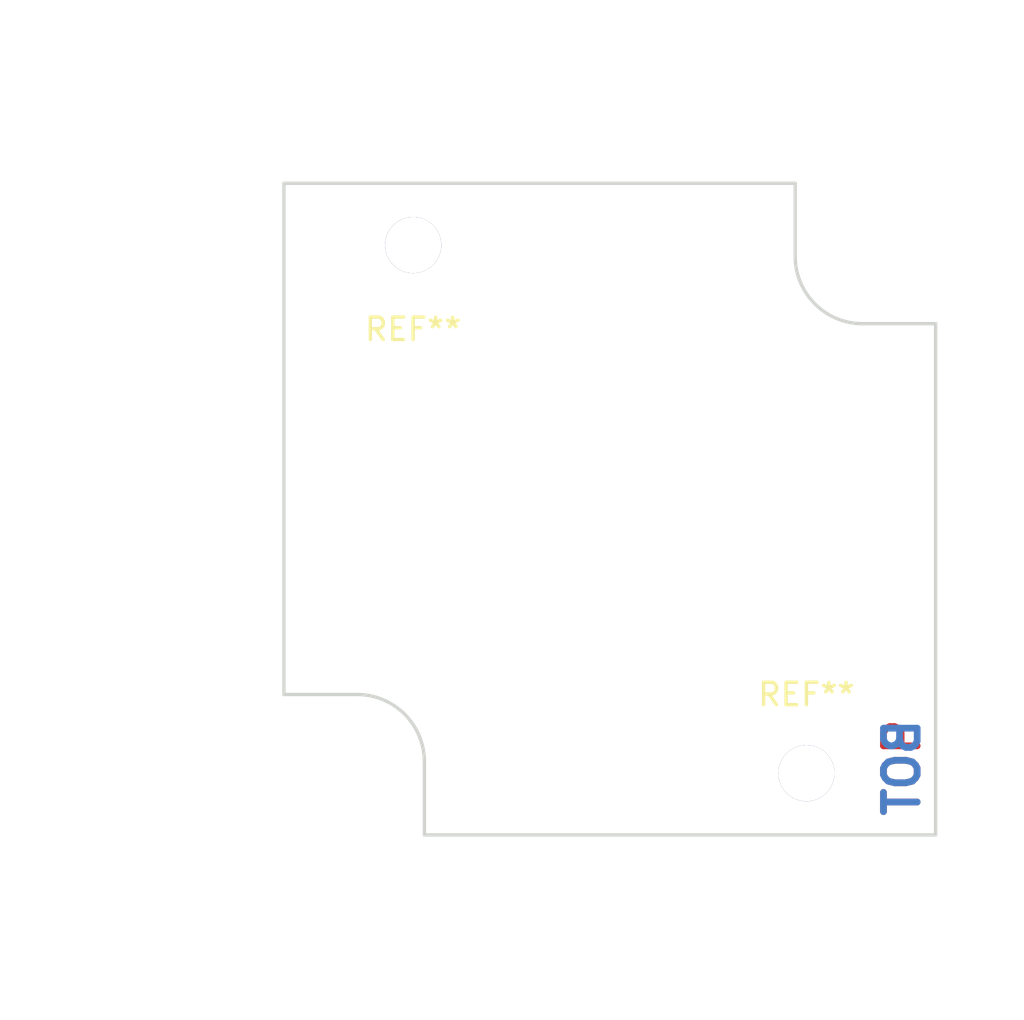
<source format=kicad_pcb>
(kicad_pcb (version 4) (host pcbnew 4.0.4-1.fc25-product)

  (general
    (links 0)
    (no_connects 0)
    (area 119.924999 106.924999 149.075001 136.075001)
    (thickness 1.6)
    (drawings 15)
    (tracks 1)
    (zones 0)
    (modules 2)
    (nets 1)
  )

  (page A4)
  (layers
    (0 F.Cu signal)
    (31 B.Cu signal)
    (32 B.Adhes user)
    (33 F.Adhes user)
    (34 B.Paste user)
    (35 F.Paste user)
    (36 B.SilkS user)
    (37 F.SilkS user)
    (38 B.Mask user)
    (39 F.Mask user)
    (40 Dwgs.User user)
    (41 Cmts.User user)
    (42 Eco1.User user)
    (43 Eco2.User user)
    (44 Edge.Cuts user)
    (45 Margin user)
    (46 B.CrtYd user)
    (47 F.CrtYd user)
    (48 B.Fab user)
    (49 F.Fab user)
  )

  (setup
    (last_trace_width 0.25)
    (trace_clearance 0.2)
    (zone_clearance 0.508)
    (zone_45_only no)
    (trace_min 0.2)
    (segment_width 0.2)
    (edge_width 0.15)
    (via_size 0.6)
    (via_drill 0.4)
    (via_min_size 0.4)
    (via_min_drill 0.3)
    (uvia_size 0.3)
    (uvia_drill 0.1)
    (uvias_allowed no)
    (uvia_min_size 0.2)
    (uvia_min_drill 0.1)
    (pcb_text_width 0.3)
    (pcb_text_size 1.5 1.5)
    (mod_edge_width 0.15)
    (mod_text_size 1 1)
    (mod_text_width 0.15)
    (pad_size 1.524 1.524)
    (pad_drill 0.762)
    (pad_to_mask_clearance 0.2)
    (aux_axis_origin 0 0)
    (grid_origin 120 136)
    (visible_elements FFFFFF7F)
    (pcbplotparams
      (layerselection 0x00030_80000001)
      (usegerberextensions false)
      (excludeedgelayer true)
      (linewidth 0.100000)
      (plotframeref false)
      (viasonmask false)
      (mode 1)
      (useauxorigin false)
      (hpglpennumber 1)
      (hpglpenspeed 20)
      (hpglpendiameter 15)
      (hpglpenoverlay 2)
      (psnegative false)
      (psa4output false)
      (plotreference true)
      (plotvalue true)
      (plotinvisibletext false)
      (padsonsilk false)
      (subtractmaskfromsilk false)
      (outputformat 1)
      (mirror false)
      (drillshape 1)
      (scaleselection 1)
      (outputdirectory ""))
  )

  (net 0 "")

  (net_class Default "This is the default net class."
    (clearance 0.2)
    (trace_width 0.25)
    (via_dia 0.6)
    (via_drill 0.4)
    (uvia_dia 0.3)
    (uvia_drill 0.1)
  )

  (module Mounting_Holes:MountingHole_2-5mm locked (layer F.Cu) (tedit 0) (tstamp 58CB004B)
    (at 143.25 133.25)
    (descr "Mounting hole, Befestigungsbohrung, 2,5mm, No Annular, Kein Restring,")
    (tags "Mounting hole, Befestigungsbohrung, 2,5mm, No Annular, Kein Restring,")
    (fp_text reference REF** (at 0 -3.50012) (layer F.SilkS)
      (effects (font (size 1 1) (thickness 0.15)))
    )
    (fp_text value MountingHole_2-5mm (at -2.25 3.75) (layer F.Fab)
      (effects (font (size 1 1) (thickness 0.15)))
    )
    (fp_circle (center 0 0) (end 2.5 0) (layer Cmts.User) (width 0.381))
    (pad 1 thru_hole circle (at 0 0) (size 2.5 2.5) (drill 2.5) (layers))
  )

  (module Mounting_Holes:MountingHole_2-5mm locked (layer F.Cu) (tedit 0) (tstamp 58CB003F)
    (at 125.75 109.75)
    (descr "Mounting hole, Befestigungsbohrung, 2,5mm, No Annular, Kein Restring,")
    (tags "Mounting hole, Befestigungsbohrung, 2,5mm, No Annular, Kein Restring,")
    (fp_text reference REF** (at 0 3.75) (layer F.SilkS)
      (effects (font (size 1 1) (thickness 0.15)))
    )
    (fp_text value MountingHole_2-5mm (at 2.25 -3.75) (layer F.Fab)
      (effects (font (size 1 1) (thickness 0.15)))
    )
    (fp_circle (center 0 0) (end 2.5 0) (layer Cmts.User) (width 0.381))
    (pad 1 thru_hole circle (at 0 0) (size 2.5 2.5) (drill 2.5) (layers))
  )

  (dimension 29 (width 0.3) (layer Dwgs.User)
    (gr_text "29,000 mm" (at 134.5 144.85) (layer Dwgs.User)
      (effects (font (size 1.5 1.5) (thickness 0.3)))
    )
    (feature1 (pts (xy 149 136) (xy 149 146.2)))
    (feature2 (pts (xy 120 136) (xy 120 146.2)))
    (crossbar (pts (xy 120 143.5) (xy 149 143.5)))
    (arrow1a (pts (xy 149 143.5) (xy 147.873496 144.086421)))
    (arrow1b (pts (xy 149 143.5) (xy 147.873496 142.913579)))
    (arrow2a (pts (xy 120 143.5) (xy 121.126504 144.086421)))
    (arrow2b (pts (xy 120 143.5) (xy 121.126504 142.913579)))
  )
  (dimension 29 (width 0.3) (layer Dwgs.User)
    (gr_text "29,000 mm" (at 113.65 121.5 90) (layer Dwgs.User)
      (effects (font (size 1.5 1.5) (thickness 0.3)))
    )
    (feature1 (pts (xy 120 107) (xy 112.3 107)))
    (feature2 (pts (xy 120 136) (xy 112.3 136)))
    (crossbar (pts (xy 115 136) (xy 115 107)))
    (arrow1a (pts (xy 115 107) (xy 115.586421 108.126504)))
    (arrow1b (pts (xy 115 107) (xy 114.413579 108.126504)))
    (arrow2a (pts (xy 115 136) (xy 115.586421 134.873496)))
    (arrow2b (pts (xy 115 136) (xy 114.413579 134.873496)))
  )
  (gr_text BOT (at 147.5 133 90) (layer B.Cu) (tstamp 58CB005D)
    (effects (font (size 1.5 1.5) (thickness 0.3)) (justify mirror))
  )
  (gr_text TOP (at 147.5 133 90) (layer F.Cu)
    (effects (font (size 1.5 1.5) (thickness 0.3)))
  )
  (gr_text "Hammond 1551N PCB Template" (at 134.5 100.25) (layer Dwgs.User)
    (effects (font (size 1.5 1.5) (thickness 0.3)))
  )
  (gr_arc (start 123.25 132.75) (end 123.25 129.75) (angle 90) (layer Edge.Cuts) (width 0.15))
  (gr_line (start 123.25 129.75) (end 120 129.75) (layer Edge.Cuts) (width 0.15))
  (gr_line (start 126.25 132.75) (end 126.25 136) (layer Edge.Cuts) (width 0.15))
  (gr_arc (start 145.75 110.25) (end 145.75 113.25) (angle 90) (layer Edge.Cuts) (width 0.15))
  (gr_line (start 145.75 113.25) (end 149 113.25) (layer Edge.Cuts) (width 0.15))
  (gr_line (start 142.75 107) (end 142.75 110.25) (layer Edge.Cuts) (width 0.15))
  (gr_line (start 149 136) (end 126.25 136) (layer Edge.Cuts) (width 0.15))
  (gr_line (start 149 113.25) (end 149 136) (layer Edge.Cuts) (width 0.15))
  (gr_line (start 120 107) (end 142.75 107) (layer Edge.Cuts) (width 0.15))
  (gr_line (start 120 129.75) (end 120 107) (layer Edge.Cuts) (width 0.15))

  (segment (start 114.3 114.3) (end 114.3 63.5) (width 0.25) (layer Dwgs.User) (net 0))

)

</source>
